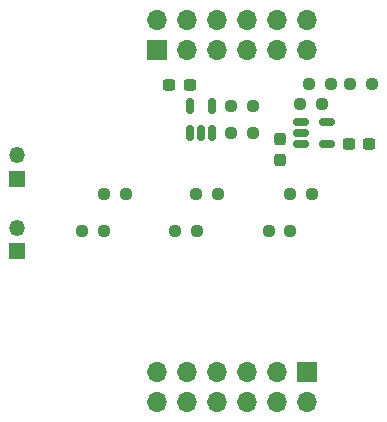
<source format=gbr>
%TF.GenerationSoftware,KiCad,Pcbnew,7.0.5*%
%TF.CreationDate,2024-01-17T23:09:27-05:00*%
%TF.ProjectId,BURNING_R,4255524e-494e-4475-9f52-2e6b69636164,rev?*%
%TF.SameCoordinates,Original*%
%TF.FileFunction,Soldermask,Bot*%
%TF.FilePolarity,Negative*%
%FSLAX46Y46*%
G04 Gerber Fmt 4.6, Leading zero omitted, Abs format (unit mm)*
G04 Created by KiCad (PCBNEW 7.0.5) date 2024-01-17 23:09:27*
%MOMM*%
%LPD*%
G01*
G04 APERTURE LIST*
G04 Aperture macros list*
%AMRoundRect*
0 Rectangle with rounded corners*
0 $1 Rounding radius*
0 $2 $3 $4 $5 $6 $7 $8 $9 X,Y pos of 4 corners*
0 Add a 4 corners polygon primitive as box body*
4,1,4,$2,$3,$4,$5,$6,$7,$8,$9,$2,$3,0*
0 Add four circle primitives for the rounded corners*
1,1,$1+$1,$2,$3*
1,1,$1+$1,$4,$5*
1,1,$1+$1,$6,$7*
1,1,$1+$1,$8,$9*
0 Add four rect primitives between the rounded corners*
20,1,$1+$1,$2,$3,$4,$5,0*
20,1,$1+$1,$4,$5,$6,$7,0*
20,1,$1+$1,$6,$7,$8,$9,0*
20,1,$1+$1,$8,$9,$2,$3,0*%
G04 Aperture macros list end*
%ADD10RoundRect,0.237500X-0.237500X0.300000X-0.237500X-0.300000X0.237500X-0.300000X0.237500X0.300000X0*%
%ADD11R,1.350000X1.350000*%
%ADD12O,1.350000X1.350000*%
%ADD13R,1.700000X1.700000*%
%ADD14O,1.700000X1.700000*%
%ADD15RoundRect,0.237500X0.250000X0.237500X-0.250000X0.237500X-0.250000X-0.237500X0.250000X-0.237500X0*%
%ADD16RoundRect,0.237500X-0.250000X-0.237500X0.250000X-0.237500X0.250000X0.237500X-0.250000X0.237500X0*%
%ADD17RoundRect,0.150000X-0.512500X-0.150000X0.512500X-0.150000X0.512500X0.150000X-0.512500X0.150000X0*%
%ADD18RoundRect,0.237500X0.300000X0.237500X-0.300000X0.237500X-0.300000X-0.237500X0.300000X-0.237500X0*%
%ADD19RoundRect,0.150000X0.150000X-0.512500X0.150000X0.512500X-0.150000X0.512500X-0.150000X-0.512500X0*%
G04 APERTURE END LIST*
D10*
%TO.C,C6*%
X154250000Y-94066121D03*
X154250000Y-95791121D03*
%TD*%
D11*
%TO.C,J10*%
X132000000Y-103548621D03*
D12*
X132000000Y-101548621D03*
%TD*%
D13*
%TO.C,J1*%
X143810000Y-86465599D03*
D14*
X143810000Y-83925599D03*
X146350000Y-86465599D03*
X146350000Y-83925599D03*
X148890000Y-86465599D03*
X148890000Y-83925599D03*
X151430000Y-86465599D03*
X151430000Y-83925599D03*
X153970000Y-86465599D03*
X153970000Y-83925599D03*
X156510000Y-86465599D03*
X156510000Y-83925599D03*
%TD*%
D13*
%TO.C,J2*%
X156510000Y-113743621D03*
D14*
X156510000Y-116283621D03*
X153970000Y-113743621D03*
X153970000Y-116283621D03*
X151430000Y-113743621D03*
X151430000Y-116283621D03*
X148890000Y-113743621D03*
X148890000Y-116283621D03*
X146350000Y-113743621D03*
X146350000Y-116283621D03*
X143810000Y-113743621D03*
X143810000Y-116283621D03*
%TD*%
D11*
%TO.C,J9*%
X132000000Y-97418621D03*
D12*
X132000000Y-95418621D03*
%TD*%
D15*
%TO.C,R3*%
X157805000Y-91058621D03*
X155980000Y-91058621D03*
%TD*%
D16*
%TO.C,R4*%
X158542500Y-89358621D03*
X156717500Y-89358621D03*
%TD*%
D15*
%TO.C,R9*%
X155132500Y-101838621D03*
X153307500Y-101838621D03*
%TD*%
%TO.C,R8*%
X141182500Y-98658621D03*
X139357500Y-98658621D03*
%TD*%
D17*
%TO.C,U3*%
X155992500Y-94458621D03*
X155992500Y-93508621D03*
X155992500Y-92558621D03*
X158267500Y-92558621D03*
X158267500Y-94458621D03*
%TD*%
D16*
%TO.C,R5*%
X160207500Y-89358621D03*
X162032500Y-89358621D03*
%TD*%
D15*
%TO.C,R1*%
X151952500Y-91198621D03*
X150127500Y-91198621D03*
%TD*%
D18*
%TO.C,C4*%
X146612500Y-89468621D03*
X144887500Y-89468621D03*
%TD*%
D15*
%TO.C,R10*%
X147212500Y-101828621D03*
X145387500Y-101828621D03*
%TD*%
%TO.C,R11*%
X139312500Y-101838621D03*
X137487500Y-101838621D03*
%TD*%
D16*
%TO.C,R2*%
X150127500Y-93488621D03*
X151952500Y-93488621D03*
%TD*%
D19*
%TO.C,U2*%
X148500000Y-93486121D03*
X147550000Y-93486121D03*
X146600000Y-93486121D03*
X146600000Y-91211121D03*
X148500000Y-91211121D03*
%TD*%
D15*
%TO.C,R7*%
X149002500Y-98648621D03*
X147177500Y-98648621D03*
%TD*%
%TO.C,R6*%
X156962500Y-98658621D03*
X155137500Y-98658621D03*
%TD*%
D18*
%TO.C,C5*%
X161825000Y-94458621D03*
X160100000Y-94458621D03*
%TD*%
M02*

</source>
